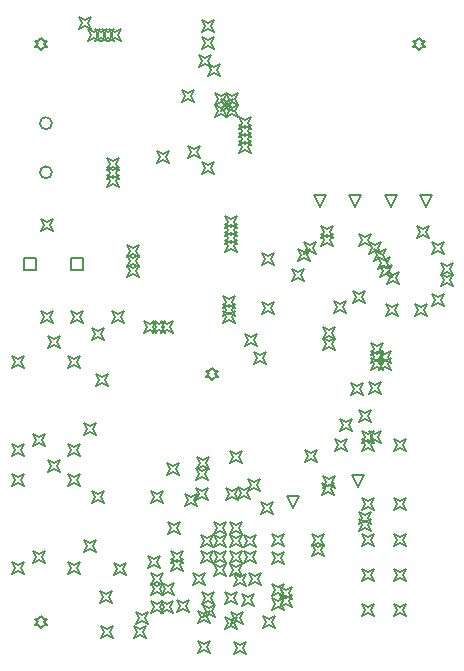
<source format=gbr>
%TF.GenerationSoftware,Altium Limited,Altium Designer,20.1.12 (249)*%
G04 Layer_Color=2752767*
%FSLAX45Y45*%
%MOMM*%
%TF.SameCoordinates,4EE8302A-A9A8-49E0-93C5-14594FCB678D*%
%TF.FilePolarity,Positive*%
%TF.FileFunction,Drawing*%
%TF.Part,Single*%
G01*
G75*
%TA.AperFunction,NonConductor*%
%ADD141C,0.12700*%
%ADD156C,0.16933*%
D141*
X601700Y3334200D02*
Y3435800D01*
X703300D01*
Y3334200D01*
X601700D01*
X201700D02*
Y3435800D01*
X303300D01*
Y3334200D01*
X201700D01*
X3310000Y3869200D02*
X3259200Y3970800D01*
X3360800D01*
X3310000Y3869200D01*
X3010000D02*
X2959200Y3970800D01*
X3060800D01*
X3010000Y3869200D01*
X2710000D02*
X2659200Y3970800D01*
X2760800D01*
X2710000Y3869200D01*
X3610000D02*
X3559200Y3970800D01*
X3660800D01*
X3610000Y3869200D01*
X3032500Y1499200D02*
X2981700Y1600800D01*
X3083300D01*
X3032500Y1499200D01*
X2485000Y1319200D02*
X2434200Y1420800D01*
X2535800D01*
X2485000Y1319200D01*
X3550000Y5199200D02*
X3575400Y5224600D01*
X3600800D01*
X3575400Y5250000D01*
X3600800Y5275400D01*
X3575400D01*
X3550000Y5300800D01*
X3524600Y5275400D01*
X3499200D01*
X3524600Y5250000D01*
X3499200Y5224600D01*
X3524600D01*
X3550000Y5199200D01*
X350000D02*
X375400Y5224600D01*
X400800D01*
X375400Y5250000D01*
X400800Y5275400D01*
X375400D01*
X350000Y5300800D01*
X324600Y5275400D01*
X299200D01*
X324600Y5250000D01*
X299200Y5224600D01*
X324600D01*
X350000Y5199200D01*
X1800000Y2399200D02*
X1825400Y2424600D01*
X1850800D01*
X1825400Y2450000D01*
X1850800Y2475400D01*
X1825400D01*
X1800000Y2500800D01*
X1774600Y2475400D01*
X1749200D01*
X1774600Y2450000D01*
X1749200Y2424600D01*
X1774600D01*
X1800000Y2399200D01*
X350000Y299200D02*
X375400Y324600D01*
X400800D01*
X375400Y350000D01*
X400800Y375400D01*
X375400D01*
X350000Y400800D01*
X324600Y375400D01*
X299200D01*
X324600Y350000D01*
X299200Y324600D01*
X324600D01*
X350000Y299200D01*
X816700Y2354200D02*
X842100Y2405000D01*
X816700Y2455800D01*
X867500Y2430400D01*
X918300Y2455800D01*
X892900Y2405000D01*
X918300Y2354200D01*
X867500Y2379600D01*
X816700Y2354200D01*
X784200Y1361700D02*
X809600Y1412500D01*
X784200Y1463300D01*
X835000Y1437900D01*
X885800Y1463300D01*
X860400Y1412500D01*
X885800Y1361700D01*
X835000Y1387100D01*
X784200Y1361700D01*
X2306700Y451700D02*
X2332100Y502500D01*
X2306700Y553300D01*
X2357500Y527900D01*
X2408300Y553300D01*
X2382900Y502500D01*
X2408300Y451700D01*
X2357500Y477100D01*
X2306700Y451700D01*
Y574200D02*
X2332100Y625000D01*
X2306700Y675800D01*
X2357500Y650400D01*
X2408300Y675800D01*
X2382900Y625000D01*
X2408300Y574200D01*
X2357500Y599600D01*
X2306700Y574200D01*
X1671700Y1644200D02*
X1697100Y1695000D01*
X1671700Y1745800D01*
X1722500Y1720400D01*
X1773300Y1745800D01*
X1747900Y1695000D01*
X1773300Y1644200D01*
X1722500Y1669600D01*
X1671700Y1644200D01*
X2371700Y481700D02*
X2397100Y532500D01*
X2371700Y583300D01*
X2422500Y557900D01*
X2473300Y583300D01*
X2447900Y532500D01*
X2473300Y481700D01*
X2422500Y507100D01*
X2371700Y481700D01*
Y546700D02*
X2397100Y597500D01*
X2371700Y648300D01*
X2422500Y622900D01*
X2473300Y648300D01*
X2447900Y597500D01*
X2473300Y546700D01*
X2422500Y572100D01*
X2371700Y546700D01*
X3044200Y1184200D02*
X3069600Y1235000D01*
X3044200Y1285800D01*
X3095000Y1260400D01*
X3145800Y1285800D01*
X3120400Y1235000D01*
X3145800Y1184200D01*
X3095000Y1209600D01*
X3044200Y1184200D01*
Y1119200D02*
X3069600Y1170000D01*
X3044200Y1220800D01*
X3095000Y1195400D01*
X3145800Y1220800D01*
X3120400Y1170000D01*
X3145800Y1119200D01*
X3095000Y1144600D01*
X3044200Y1119200D01*
X1815700Y741700D02*
X1841100Y792500D01*
X1815700Y843300D01*
X1866500Y817900D01*
X1917300Y843300D01*
X1891900Y792500D01*
X1917300Y741700D01*
X1866500Y767100D01*
X1815700Y741700D01*
Y853200D02*
X1841100Y904000D01*
X1815700Y954800D01*
X1866500Y929400D01*
X1917300Y954800D01*
X1891900Y904000D01*
X1917300Y853200D01*
X1866500Y878600D01*
X1815700Y853200D01*
Y990200D02*
X1841100Y1041000D01*
X1815700Y1091800D01*
X1866500Y1066400D01*
X1917300Y1091800D01*
X1891900Y1041000D01*
X1917300Y990200D01*
X1866500Y1015600D01*
X1815700Y990200D01*
Y1101700D02*
X1841100Y1152500D01*
X1815700Y1203300D01*
X1866500Y1177900D01*
X1917300Y1203300D01*
X1891900Y1152500D01*
X1917300Y1101700D01*
X1866500Y1127100D01*
X1815700Y1101700D01*
X1952700Y741700D02*
X1978100Y792500D01*
X1952700Y843300D01*
X2003500Y817900D01*
X2054300Y843300D01*
X2028900Y792500D01*
X2054300Y741700D01*
X2003500Y767100D01*
X1952700Y741700D01*
Y853200D02*
X1978100Y904000D01*
X1952700Y954800D01*
X2003500Y929400D01*
X2054300Y954800D01*
X2028900Y904000D01*
X2054300Y853200D01*
X2003500Y878600D01*
X1952700Y853200D01*
Y990200D02*
X1978100Y1041000D01*
X1952700Y1091800D01*
X2003500Y1066400D01*
X2054300Y1091800D01*
X2028900Y1041000D01*
X2054300Y990200D01*
X2003500Y1015600D01*
X1952700Y990200D01*
Y1101700D02*
X1978100Y1152500D01*
X1952700Y1203300D01*
X2003500Y1177900D01*
X2054300Y1203300D01*
X2028900Y1152500D01*
X2054300Y1101700D01*
X2003500Y1127100D01*
X1952700Y1101700D01*
X1704200Y853200D02*
X1729600Y904000D01*
X1704200Y954800D01*
X1755000Y929400D01*
X1805800Y954800D01*
X1780400Y904000D01*
X1805800Y853200D01*
X1755000Y878600D01*
X1704200Y853200D01*
Y990200D02*
X1729600Y1041000D01*
X1704200Y1091800D01*
X1755000Y1066400D01*
X1805800Y1091800D01*
X1780400Y1041000D01*
X1805800Y990200D01*
X1755000Y1015600D01*
X1704200Y990200D01*
X2064200Y853200D02*
X2089600Y904000D01*
X2064200Y954800D01*
X2115000Y929400D01*
X2165800Y954800D01*
X2140400Y904000D01*
X2165800Y853200D01*
X2115000Y878600D01*
X2064200Y853200D01*
Y990200D02*
X2089600Y1041000D01*
X2064200Y1091800D01*
X2115000Y1066400D01*
X2165800Y1091800D01*
X2140400Y1041000D01*
X2165800Y990200D01*
X2115000Y1015600D01*
X2064200Y990200D01*
X1869200Y4681700D02*
X1894600Y4732500D01*
X1869200Y4783300D01*
X1920000Y4757900D01*
X1970800Y4783300D01*
X1945400Y4732500D01*
X1970800Y4681700D01*
X1920000Y4707100D01*
X1869200Y4681700D01*
X1919200Y4631700D02*
X1944600Y4682500D01*
X1919200Y4733300D01*
X1970000Y4707900D01*
X2020800Y4733300D01*
X1995400Y4682500D01*
X2020800Y4631700D01*
X1970000Y4657100D01*
X1919200Y4631700D01*
X1819200Y4631699D02*
X1844600Y4682499D01*
X1819200Y4733299D01*
X1870000Y4707899D01*
X1920800Y4733299D01*
X1895400Y4682499D01*
X1920800Y4631699D01*
X1870000Y4657099D01*
X1819200Y4631699D01*
X1819200Y4731699D02*
X1844600Y4782499D01*
X1819200Y4833299D01*
X1870000Y4807899D01*
X1920800Y4833299D01*
X1895400Y4782499D01*
X1920800Y4731699D01*
X1870000Y4757099D01*
X1819200Y4731699D01*
X1919200Y4731700D02*
X1944600Y4782500D01*
X1919200Y4833300D01*
X1970000Y4807900D01*
X2020800Y4833300D01*
X1995400Y4782500D01*
X2020800Y4731700D01*
X1970000Y4757100D01*
X1919200Y4731700D01*
X2024200Y4321700D02*
X2049600Y4372500D01*
X2024200Y4423300D01*
X2075000Y4397900D01*
X2125800Y4423300D01*
X2100400Y4372500D01*
X2125800Y4321700D01*
X2075000Y4347100D01*
X2024200Y4321700D01*
Y4389200D02*
X2049600Y4440000D01*
X2024200Y4490800D01*
X2075000Y4465400D01*
X2125800Y4490800D01*
X2100400Y4440000D01*
X2125800Y4389200D01*
X2075000Y4414600D01*
X2024200Y4389200D01*
Y4456700D02*
X2049600Y4507500D01*
X2024200Y4558300D01*
X2075000Y4532900D01*
X2125800Y4558300D01*
X2100400Y4507500D01*
X2125800Y4456700D01*
X2075000Y4482100D01*
X2024200Y4456700D01*
Y4524200D02*
X2049600Y4575000D01*
X2024200Y4625800D01*
X2075000Y4600400D01*
X2125800Y4625800D01*
X2100400Y4575000D01*
X2125800Y4524200D01*
X2075000Y4549600D01*
X2024200Y4524200D01*
X2726700Y1424200D02*
X2752100Y1475000D01*
X2726700Y1525800D01*
X2777500Y1500400D01*
X2828300Y1525800D01*
X2802900Y1475000D01*
X2828300Y1424200D01*
X2777500Y1449600D01*
X2726700Y1424200D01*
X1714201Y5346699D02*
X1739601Y5397499D01*
X1714201Y5448299D01*
X1765001Y5422899D01*
X1815801Y5448299D01*
X1790401Y5397499D01*
X1815801Y5346699D01*
X1765001Y5372099D01*
X1714201Y5346699D01*
X101700Y2504200D02*
X127100Y2555000D01*
X101700Y2605800D01*
X152500Y2580400D01*
X203300Y2605800D01*
X177900Y2555000D01*
X203300Y2504200D01*
X152500Y2529600D01*
X101700Y2504200D01*
X604200Y2884200D02*
X629600Y2935000D01*
X604200Y2985800D01*
X655000Y2960400D01*
X705800Y2985800D01*
X680400Y2935000D01*
X705800Y2884200D01*
X655000Y2909600D01*
X604200Y2884200D01*
X351700D02*
X377100Y2935000D01*
X351700Y2985800D01*
X402500Y2960400D01*
X453300Y2985800D01*
X427900Y2935000D01*
X453300Y2884200D01*
X402500Y2909600D01*
X351700Y2884200D01*
X776700Y2736700D02*
X802100Y2787500D01*
X776700Y2838300D01*
X827500Y2812900D01*
X878300Y2838300D01*
X852900Y2787500D01*
X878300Y2736700D01*
X827500Y2762100D01*
X776700Y2736700D01*
X949200Y2884200D02*
X974600Y2935000D01*
X949200Y2985800D01*
X1000000Y2960400D01*
X1050800Y2985800D01*
X1025400Y2935000D01*
X1050800Y2884200D01*
X1000000Y2909600D01*
X949200Y2884200D01*
X1224200Y2799200D02*
X1249600Y2850000D01*
X1224200Y2900800D01*
X1275000Y2875400D01*
X1325800Y2900800D01*
X1300400Y2850000D01*
X1325800Y2799200D01*
X1275000Y2824600D01*
X1224200Y2799200D01*
X576700Y2504200D02*
X602100Y2555000D01*
X576700Y2605800D01*
X627500Y2580400D01*
X678300Y2605800D01*
X652900Y2555000D01*
X678300Y2504200D01*
X627500Y2529600D01*
X576700Y2504200D01*
X406700Y1624200D02*
X432100Y1675000D01*
X406700Y1725800D01*
X457500Y1700400D01*
X508300Y1725800D01*
X482900Y1675000D01*
X508300Y1624200D01*
X457500Y1649600D01*
X406700Y1624200D01*
X411700Y2669200D02*
X437100Y2720000D01*
X411700Y2770800D01*
X462500Y2745400D01*
X513300Y2770800D01*
X487900Y2720000D01*
X513300Y2669200D01*
X462500Y2694600D01*
X411700Y2669200D01*
X279200Y849200D02*
X304600Y900000D01*
X279200Y950800D01*
X330000Y925400D01*
X380800Y950800D01*
X355400Y900000D01*
X380800Y849200D01*
X330000Y874600D01*
X279200Y849200D01*
X281700Y1846700D02*
X307100Y1897500D01*
X281700Y1948300D01*
X332500Y1922900D01*
X383300Y1948300D01*
X357900Y1897500D01*
X383300Y1846700D01*
X332500Y1872100D01*
X281700Y1846700D01*
X2221700Y3374200D02*
X2247100Y3424999D01*
X2221700Y3475800D01*
X2272500Y3450400D01*
X2323300Y3475800D01*
X2297900Y3424999D01*
X2323300Y3374200D01*
X2272500Y3399600D01*
X2221700Y3374200D01*
X2879200Y1970450D02*
X2904600Y2021250D01*
X2879200Y2072050D01*
X2930000Y2046650D01*
X2980800Y2072050D01*
X2955400Y2021250D01*
X2980800Y1970450D01*
X2930000Y1995850D01*
X2879200Y1970450D01*
X576700Y1756700D02*
X602100Y1807500D01*
X576700Y1858300D01*
X627500Y1832900D01*
X678300Y1858300D01*
X652900Y1807500D01*
X678300Y1756700D01*
X627500Y1782100D01*
X576700Y1756700D01*
X101700D02*
X127100Y1807500D01*
X101700Y1858300D01*
X152500Y1832900D01*
X203300Y1858300D01*
X177900Y1807500D01*
X203300Y1756700D01*
X152500Y1782100D01*
X101700Y1756700D01*
X711700Y1939200D02*
X737100Y1990000D01*
X711700Y2040800D01*
X762500Y2015400D01*
X813300Y2040800D01*
X787900Y1990000D01*
X813300Y1939200D01*
X762500Y1964600D01*
X711700Y1939200D01*
Y944200D02*
X737100Y995000D01*
X711700Y1045800D01*
X762500Y1020400D01*
X813300Y1045800D01*
X787900Y995000D01*
X813300Y944200D01*
X762500Y969600D01*
X711700Y944200D01*
X576700Y756700D02*
X602100Y807500D01*
X576700Y858300D01*
X627500Y832900D01*
X678300Y858300D01*
X652900Y807500D01*
X678300Y756700D01*
X627500Y782100D01*
X576700Y756700D01*
X101700D02*
X127100Y807500D01*
X101700Y858300D01*
X152500Y832900D01*
X203300Y858300D01*
X177900Y807500D01*
X203300Y756700D01*
X152500Y782100D01*
X101700Y756700D01*
X576700Y1504200D02*
X602100Y1555000D01*
X576700Y1605800D01*
X627500Y1580400D01*
X678300Y1605800D01*
X652900Y1555000D01*
X678300Y1504200D01*
X627500Y1529600D01*
X576700Y1504200D01*
X101700Y1504200D02*
X127100Y1555000D01*
X101700Y1605800D01*
X152500Y1580400D01*
X203300Y1605800D01*
X177900Y1555000D01*
X203300Y1504200D01*
X152500Y1529600D01*
X101700Y1504200D01*
X1364200Y2799200D02*
X1389600Y2850000D01*
X1364200Y2900800D01*
X1415000Y2875400D01*
X1465800Y2900800D01*
X1440400Y2850000D01*
X1465800Y2799200D01*
X1415000Y2824600D01*
X1364200Y2799200D01*
X1294200D02*
X1319600Y2850000D01*
X1294200Y2900800D01*
X1345000Y2875400D01*
X1395800Y2900800D01*
X1370400Y2850000D01*
X1395800Y2799200D01*
X1345000Y2824600D01*
X1294200Y2799200D01*
X3201369Y3341700D02*
X3226769Y3392500D01*
X3201369Y3443300D01*
X3252169Y3417900D01*
X3302969Y3443300D01*
X3277569Y3392500D01*
X3302969Y3341700D01*
X3252169Y3367100D01*
X3201369Y3341700D01*
X3220450Y3276700D02*
X3245850Y3327500D01*
X3220450Y3378300D01*
X3271250Y3352900D01*
X3322050Y3378300D01*
X3296650Y3327500D01*
X3322050Y3276700D01*
X3271250Y3302100D01*
X3220450Y3276700D01*
X3276700Y3211700D02*
X3302100Y3262500D01*
X3276700Y3313300D01*
X3327500Y3287900D01*
X3378300Y3313300D01*
X3352900Y3262500D01*
X3378300Y3211700D01*
X3327500Y3237100D01*
X3276700Y3211700D01*
X2991700Y3049200D02*
X3017100Y3100000D01*
X2991700Y3150800D01*
X3042500Y3125400D01*
X3093300Y3150800D01*
X3067900Y3100000D01*
X3093300Y3049200D01*
X3042500Y3074600D01*
X2991700Y3049200D01*
X3166700Y3406700D02*
X3192100Y3457500D01*
X3166700Y3508300D01*
X3217500Y3482900D01*
X3268300Y3508300D01*
X3242900Y3457500D01*
X3268300Y3406700D01*
X3217500Y3432100D01*
X3166700Y3406700D01*
X3121700Y3471700D02*
X3147100Y3522500D01*
X3121700Y3573300D01*
X3172500Y3547900D01*
X3223300Y3573300D01*
X3197900Y3522500D01*
X3223300Y3471700D01*
X3172500Y3497100D01*
X3121700Y3471700D01*
X3044200Y3538881D02*
X3069600Y3589681D01*
X3044200Y3640481D01*
X3095000Y3615081D01*
X3145800Y3640481D01*
X3120400Y3589681D01*
X3145800Y3538881D01*
X3095000Y3564281D01*
X3044200Y3538881D01*
X2739200Y2659200D02*
X2764600Y2710000D01*
X2739200Y2760800D01*
X2790000Y2735400D01*
X2840800Y2760800D01*
X2815400Y2710000D01*
X2840800Y2659200D01*
X2790000Y2684600D01*
X2739200Y2659200D01*
X2580393Y1710393D02*
X2605793Y1761193D01*
X2580393Y1811993D01*
X2631193Y1786593D01*
X2681993Y1811993D01*
X2656593Y1761193D01*
X2681993Y1710393D01*
X2631193Y1735793D01*
X2580393Y1710393D01*
X2734336Y1489275D02*
X2759736Y1540075D01*
X2734336Y1590875D01*
X2785136Y1565475D01*
X2835936Y1590875D01*
X2810536Y1540075D01*
X2835936Y1489275D01*
X2785136Y1514675D01*
X2734336Y1489275D01*
X2101700Y1464200D02*
X2127100Y1515000D01*
X2101700Y1565800D01*
X2152500Y1540400D01*
X2203300Y1565800D01*
X2177900Y1515000D01*
X2203300Y1464200D01*
X2152500Y1489600D01*
X2101700Y1464200D01*
X2831700Y2969201D02*
X2857100Y3020001D01*
X2831700Y3070801D01*
X2882500Y3045401D01*
X2933300Y3070801D01*
X2907900Y3020001D01*
X2933300Y2969201D01*
X2882500Y2994601D01*
X2831700Y2969201D01*
X2476700Y3241700D02*
X2502100Y3292500D01*
X2476700Y3343300D01*
X2527500Y3317900D01*
X2578300Y3343300D01*
X2552900Y3292500D01*
X2578300Y3241700D01*
X2527500Y3267100D01*
X2476700Y3241700D01*
X2524200Y3406700D02*
X2549600Y3457500D01*
X2524200Y3508300D01*
X2575000Y3482900D01*
X2625800Y3508300D01*
X2600400Y3457500D01*
X2625800Y3406700D01*
X2575000Y3432100D01*
X2524200Y3406700D01*
X2716700Y3601700D02*
X2742100Y3652500D01*
X2716700Y3703300D01*
X2767500Y3677900D01*
X2818300Y3703300D01*
X2792900Y3652500D01*
X2818300Y3601700D01*
X2767500Y3627100D01*
X2716700Y3601700D01*
Y3536700D02*
X2742100Y3587500D01*
X2716700Y3638300D01*
X2767500Y3612900D01*
X2818300Y3638300D01*
X2792900Y3587500D01*
X2818300Y3536700D01*
X2767500Y3562100D01*
X2716700Y3536700D01*
X2576700Y3471700D02*
X2602100Y3522500D01*
X2576700Y3573300D01*
X2627500Y3547900D01*
X2678300Y3573300D01*
X2652900Y3522500D01*
X2678300Y3471700D01*
X2627500Y3497100D01*
X2576700Y3471700D01*
X3141700Y2614200D02*
X3167100Y2665000D01*
X3141700Y2715800D01*
X3192500Y2690400D01*
X3243300Y2715800D01*
X3217900Y2665000D01*
X3243300Y2614200D01*
X3192500Y2639600D01*
X3141700Y2614200D01*
X3206700Y2549200D02*
X3232100Y2600000D01*
X3206700Y2650800D01*
X3257500Y2625400D01*
X3308300Y2650800D01*
X3282900Y2600000D01*
X3308300Y2549200D01*
X3257500Y2574600D01*
X3206700Y2549200D01*
X3271700Y2944200D02*
X3297100Y2995000D01*
X3271700Y3045800D01*
X3322500Y3020400D01*
X3373300Y3045800D01*
X3347900Y2995000D01*
X3373300Y2944200D01*
X3322500Y2969600D01*
X3271700Y2944200D01*
X3511700D02*
X3537100Y2995000D01*
X3511700Y3045800D01*
X3562500Y3020400D01*
X3613300Y3045800D01*
X3587900Y2995000D01*
X3613300Y2944200D01*
X3562500Y2969600D01*
X3511700Y2944200D01*
X2111700Y664200D02*
X2137100Y715000D01*
X2111700Y765800D01*
X2162500Y740400D01*
X2213300Y765800D01*
X2187900Y715000D01*
X2213300Y664200D01*
X2162500Y689600D01*
X2111700Y664200D01*
X2049200Y486700D02*
X2074600Y537500D01*
X2049200Y588300D01*
X2100000Y562900D01*
X2150800Y588300D01*
X2125400Y537500D01*
X2150800Y486700D01*
X2100000Y512100D01*
X2049200Y486700D01*
X1984200Y656700D02*
X2009600Y707500D01*
X1984200Y758300D01*
X2035000Y732900D01*
X2085800Y758300D01*
X2060400Y707500D01*
X2085800Y656700D01*
X2035000Y682100D01*
X1984200Y656700D01*
X2739200Y2749200D02*
X2764600Y2800000D01*
X2739200Y2850800D01*
X2790000Y2825400D01*
X2840800Y2850800D01*
X2815400Y2800000D01*
X2840800Y2749200D01*
X2790000Y2774600D01*
X2739200Y2749200D01*
X1284200Y664200D02*
X1309600Y715000D01*
X1284200Y765800D01*
X1335000Y740400D01*
X1385800Y765800D01*
X1360400Y715000D01*
X1385800Y664200D01*
X1335000Y689600D01*
X1284200Y664200D01*
X2645346Y908054D02*
X2670746Y958854D01*
X2645346Y1009654D01*
X2696146Y984254D01*
X2746946Y1009654D01*
X2721546Y958854D01*
X2746946Y908054D01*
X2696146Y933454D01*
X2645346Y908054D01*
X2644200Y999200D02*
X2669600Y1050000D01*
X2644200Y1100800D01*
X2695000Y1075400D01*
X2745800Y1100800D01*
X2720400Y1050000D01*
X2745800Y999200D01*
X2695000Y1024600D01*
X2644200Y999200D01*
X2211700Y1269200D02*
X2237100Y1320000D01*
X2211700Y1370800D01*
X2262500Y1345400D01*
X2313300Y1370800D01*
X2287900Y1320000D01*
X2313300Y1269200D01*
X2262500Y1294600D01*
X2211700Y1269200D01*
X3531700Y3601700D02*
X3557100Y3652500D01*
X3531700Y3703300D01*
X3582500Y3677900D01*
X3633300Y3703300D01*
X3607900Y3652500D01*
X3633300Y3601700D01*
X3582500Y3627100D01*
X3531700Y3601700D01*
X3734200Y3194200D02*
X3759600Y3245000D01*
X3734200Y3295800D01*
X3785000Y3270400D01*
X3835800Y3295800D01*
X3810400Y3245000D01*
X3835800Y3194200D01*
X3785000Y3219600D01*
X3734200Y3194200D01*
X3734200Y3294200D02*
X3759600Y3345000D01*
X3734200Y3395800D01*
X3785000Y3370400D01*
X3835800Y3395800D01*
X3810400Y3345000D01*
X3835800Y3294200D01*
X3785000Y3319600D01*
X3734200Y3294200D01*
X3659200Y3466700D02*
X3684600Y3517500D01*
X3659200Y3568300D01*
X3710000Y3542900D01*
X3760800Y3568300D01*
X3735400Y3517500D01*
X3760800Y3466700D01*
X3710000Y3492100D01*
X3659200Y3466700D01*
X3659200Y3024200D02*
X3684600Y3075000D01*
X3659200Y3125800D01*
X3710000Y3100400D01*
X3760800Y3125800D01*
X3735400Y3075000D01*
X3760800Y3024200D01*
X3710000Y3049600D01*
X3659200Y3024200D01*
X2841700Y1799200D02*
X2867100Y1850000D01*
X2841700Y1900800D01*
X2892500Y1875400D01*
X2943300Y1900800D01*
X2917900Y1850000D01*
X2943300Y1799200D01*
X2892500Y1824600D01*
X2841700Y1799200D01*
X3206700Y2484200D02*
X3232100Y2535000D01*
X3206700Y2585800D01*
X3257500Y2560400D01*
X3308300Y2585800D01*
X3282900Y2535000D01*
X3308300Y2484200D01*
X3257500Y2509600D01*
X3206700Y2484200D01*
X3141700Y2549200D02*
X3167100Y2600000D01*
X3141700Y2650800D01*
X3192500Y2625400D01*
X3243300Y2650800D01*
X3217900Y2600000D01*
X3243300Y2549200D01*
X3192500Y2574600D01*
X3141700Y2549200D01*
Y2484200D02*
X3167100Y2535000D01*
X3141700Y2585800D01*
X3192500Y2560400D01*
X3243300Y2585800D01*
X3217900Y2535000D01*
X3243300Y2484200D01*
X3192500Y2509600D01*
X3141700Y2484200D01*
X3334200Y399200D02*
X3359600Y450000D01*
X3334200Y500800D01*
X3385000Y475400D01*
X3435800Y500800D01*
X3410400Y450000D01*
X3435800Y399200D01*
X3385000Y424600D01*
X3334200Y399200D01*
Y699200D02*
X3359600Y750000D01*
X3334200Y800800D01*
X3385000Y775400D01*
X3435800Y800800D01*
X3410400Y750000D01*
X3435800Y699200D01*
X3385000Y724600D01*
X3334200Y699200D01*
X3064200Y399200D02*
X3089600Y450000D01*
X3064200Y500800D01*
X3115000Y475400D01*
X3165800Y500800D01*
X3140400Y450000D01*
X3165800Y399200D01*
X3115000Y424600D01*
X3064200Y399200D01*
X3334200Y999200D02*
X3359600Y1050000D01*
X3334200Y1100800D01*
X3385000Y1075400D01*
X3435800Y1100800D01*
X3410400Y1050000D01*
X3435800Y999200D01*
X3385000Y1024600D01*
X3334200Y999200D01*
X3064200Y699200D02*
X3089600Y750000D01*
X3064200Y800800D01*
X3115000Y775400D01*
X3165800Y800800D01*
X3140400Y750000D01*
X3165800Y699200D01*
X3115000Y724600D01*
X3064200Y699200D01*
X2231700Y299200D02*
X2257100Y350000D01*
X2231700Y400800D01*
X2282500Y375400D01*
X2333300Y400800D01*
X2307900Y350000D01*
X2333300Y299200D01*
X2282500Y324600D01*
X2231700Y299200D01*
X1981700Y79200D02*
X2007100Y130000D01*
X1981700Y180800D01*
X2032500Y155400D01*
X2083300Y180800D01*
X2057900Y130000D01*
X2083300Y79200D01*
X2032500Y104600D01*
X1981700Y79200D01*
X1676784Y346719D02*
X1702184Y397519D01*
X1676784Y448319D01*
X1727584Y422919D01*
X1778384Y448319D01*
X1752984Y397519D01*
X1778384Y346719D01*
X1727584Y372119D01*
X1676784Y346719D01*
X1681700Y91700D02*
X1707100Y142500D01*
X1681700Y193300D01*
X1732500Y167900D01*
X1783300Y193300D01*
X1757900Y142500D01*
X1783300Y91700D01*
X1732500Y117100D01*
X1681700Y91700D01*
X1721641Y393786D02*
X1747041Y444586D01*
X1721641Y495386D01*
X1772441Y469986D01*
X1823241Y495386D01*
X1797841Y444586D01*
X1823241Y393786D01*
X1772441Y419186D01*
X1721641Y393786D01*
X1709200Y501700D02*
X1734600Y552500D01*
X1709200Y603300D01*
X1760000Y577900D01*
X1810800Y603300D01*
X1785400Y552500D01*
X1810800Y501700D01*
X1760000Y527100D01*
X1709200Y501700D01*
X1564200Y1333719D02*
X1589600Y1384519D01*
X1564200Y1435319D01*
X1615000Y1409919D01*
X1665800Y1435319D01*
X1640400Y1384519D01*
X1665800Y1333719D01*
X1615000Y1359119D01*
X1564200Y1333719D01*
X1946700Y1699200D02*
X1972100Y1750000D01*
X1946700Y1800800D01*
X1997500Y1775400D01*
X2048300Y1800800D01*
X2022900Y1750000D01*
X2048300Y1699200D01*
X1997500Y1724600D01*
X1946700Y1699200D01*
X1664200Y1554200D02*
X1689600Y1605000D01*
X1664200Y1655800D01*
X1715000Y1630400D01*
X1765800Y1655800D01*
X1740400Y1605000D01*
X1765800Y1554200D01*
X1715000Y1579600D01*
X1664200Y1554200D01*
X2216700Y2956700D02*
X2242100Y3007500D01*
X2216700Y3058300D01*
X2267500Y3032900D01*
X2318300Y3058300D01*
X2292900Y3007500D01*
X2318300Y2956700D01*
X2267500Y2982100D01*
X2216700Y2956700D01*
X2151700Y2534200D02*
X2177100Y2585000D01*
X2151700Y2635800D01*
X2202500Y2610400D01*
X2253300Y2635800D01*
X2227900Y2585000D01*
X2253300Y2534200D01*
X2202500Y2559600D01*
X2151700Y2534200D01*
X2076700Y2689200D02*
X2102100Y2740000D01*
X2076700Y2790800D01*
X2127500Y2765400D01*
X2178300Y2790800D01*
X2152900Y2740000D01*
X2178300Y2689200D01*
X2127500Y2714600D01*
X2076700Y2689200D01*
X1139200Y219200D02*
X1164600Y270000D01*
X1139200Y320800D01*
X1190000Y295400D01*
X1240800Y320800D01*
X1215400Y270000D01*
X1240800Y219200D01*
X1190000Y244600D01*
X1139200Y219200D01*
X966700Y754200D02*
X992100Y805000D01*
X966700Y855800D01*
X1017500Y830400D01*
X1068300Y855800D01*
X1042900Y805000D01*
X1068300Y754200D01*
X1017500Y779600D01*
X966700Y754200D01*
X846700Y511700D02*
X872100Y562500D01*
X846700Y613300D01*
X897500Y587900D01*
X948300Y613300D01*
X922900Y562500D01*
X948300Y511700D01*
X897500Y537100D01*
X846700Y511700D01*
X859200Y219200D02*
X884600Y270000D01*
X859200Y320800D01*
X910000Y295400D01*
X960800Y320800D01*
X935400Y270000D01*
X960800Y219200D01*
X910000Y244600D01*
X859200Y219200D01*
X1154200Y331700D02*
X1179600Y382500D01*
X1154200Y433300D01*
X1205000Y407900D01*
X1255800Y433300D01*
X1230400Y382500D01*
X1255800Y331700D01*
X1205000Y357100D01*
X1154200Y331700D01*
X1501700Y436700D02*
X1527100Y487500D01*
X1501700Y538300D01*
X1552500Y512900D01*
X1603300Y538300D01*
X1577900Y487500D01*
X1603300Y436700D01*
X1552500Y462100D01*
X1501700Y436700D01*
X1284200Y584200D02*
X1309600Y635000D01*
X1284200Y685800D01*
X1335000Y660400D01*
X1385800Y685800D01*
X1360400Y635000D01*
X1385800Y584200D01*
X1335000Y609600D01*
X1284200Y584200D01*
X1376700Y581700D02*
X1402100Y632500D01*
X1376700Y683300D01*
X1427500Y657900D01*
X1478300Y683300D01*
X1452900Y632500D01*
X1478300Y581700D01*
X1427500Y607100D01*
X1376700Y581700D01*
X3039199Y2046701D02*
X3064599Y2097501D01*
X3039199Y2148301D01*
X3089999Y2122901D01*
X3140799Y2148301D01*
X3115399Y2097501D01*
X3140799Y2046701D01*
X3089999Y2072101D01*
X3039199Y2046701D01*
X3129200Y1866700D02*
X3154600Y1917500D01*
X3129200Y1968300D01*
X3180000Y1942900D01*
X3230800Y1968300D01*
X3205400Y1917500D01*
X3230800Y1866700D01*
X3180000Y1892100D01*
X3129200Y1866700D01*
X3064200Y1799200D02*
X3089600Y1850000D01*
X3064200Y1900800D01*
X3115000Y1875400D01*
X3165800Y1900800D01*
X3140400Y1850000D01*
X3165800Y1799200D01*
X3115000Y1824600D01*
X3064200Y1799200D01*
Y1866700D02*
X3089600Y1917500D01*
X3064200Y1968300D01*
X3115000Y1942900D01*
X3165800Y1968300D01*
X3140400Y1917500D01*
X3165800Y1866700D01*
X3115000Y1892100D01*
X3064200Y1866700D01*
X3334200Y1799200D02*
X3359600Y1850000D01*
X3334200Y1900800D01*
X3385000Y1875400D01*
X3435800Y1900800D01*
X3410400Y1850000D01*
X3435800Y1799200D01*
X3385000Y1824600D01*
X3334200Y1799200D01*
X1451656Y783635D02*
X1477056Y834435D01*
X1451656Y885235D01*
X1502456Y859835D01*
X1553256Y885235D01*
X1527856Y834435D01*
X1553256Y783635D01*
X1502456Y809035D01*
X1451656Y783635D01*
X1451877Y848634D02*
X1477277Y899434D01*
X1451877Y950234D01*
X1502677Y924834D01*
X1553477Y950234D01*
X1528077Y899434D01*
X1553477Y848634D01*
X1502677Y874034D01*
X1451877Y848634D01*
X1959200Y339200D02*
X1984600Y390000D01*
X1959200Y440800D01*
X2010000Y415400D01*
X2060800Y440800D01*
X2035400Y390000D01*
X2060800Y339200D01*
X2010000Y364600D01*
X1959200Y339200D01*
X1909200Y294200D02*
X1934600Y345000D01*
X1909200Y395800D01*
X1960000Y370400D01*
X2010800Y395800D01*
X1985400Y345000D01*
X2010800Y294200D01*
X1960000Y319600D01*
X1909200Y294200D01*
X1276700Y429200D02*
X1302100Y480000D01*
X1276700Y530800D01*
X1327500Y505400D01*
X1378300Y530800D01*
X1352900Y480000D01*
X1378300Y429200D01*
X1327500Y454600D01*
X1276700Y429200D01*
X1427025Y1096700D02*
X1452425Y1147500D01*
X1427025Y1198300D01*
X1477825Y1172900D01*
X1528625Y1198300D01*
X1503225Y1147500D01*
X1528625Y1096700D01*
X1477825Y1122100D01*
X1427025Y1096700D01*
X1254200Y806700D02*
X1279600Y857500D01*
X1254200Y908300D01*
X1305000Y882900D01*
X1355800Y908300D01*
X1330400Y857500D01*
X1355800Y806700D01*
X1305000Y832100D01*
X1254200Y806700D01*
X1634200Y664200D02*
X1659600Y715000D01*
X1634200Y765800D01*
X1685000Y740400D01*
X1735800Y765800D01*
X1710400Y715000D01*
X1735800Y664200D01*
X1685000Y689600D01*
X1634200Y664200D01*
X1416700Y1594200D02*
X1442100Y1645000D01*
X1416700Y1695800D01*
X1467500Y1670400D01*
X1518300Y1695800D01*
X1492900Y1645000D01*
X1518300Y1594200D01*
X1467500Y1619600D01*
X1416700Y1594200D01*
X1276700Y1361700D02*
X1302100Y1412500D01*
X1276700Y1463300D01*
X1327500Y1437900D01*
X1378300Y1463300D01*
X1352900Y1412500D01*
X1378300Y1361700D01*
X1327500Y1387100D01*
X1276700Y1361700D01*
X2015414Y1391050D02*
X2040814Y1441850D01*
X2015414Y1492650D01*
X2066214Y1467250D01*
X2117014Y1492650D01*
X2091614Y1441850D01*
X2117014Y1391050D01*
X2066214Y1416450D01*
X2015414Y1391050D01*
X1916961Y1386439D02*
X1942361Y1437239D01*
X1916961Y1488039D01*
X1967761Y1462639D01*
X2018561Y1488039D01*
X1993161Y1437239D01*
X2018561Y1386439D01*
X1967761Y1411839D01*
X1916961Y1386439D01*
X3334200Y1299200D02*
X3359600Y1350000D01*
X3334200Y1400800D01*
X3385000Y1375400D01*
X3435800Y1400800D01*
X3410400Y1350000D01*
X3435800Y1299200D01*
X3385000Y1324600D01*
X3334200Y1299200D01*
X3064200D02*
X3089600Y1350000D01*
X3064200Y1400800D01*
X3115000Y1375400D01*
X3165800Y1400800D01*
X3140400Y1350000D01*
X3165800Y1299200D01*
X3115000Y1324600D01*
X3064200Y1299200D01*
Y999200D02*
X3089600Y1050000D01*
X3064200Y1100800D01*
X3115000Y1075400D01*
X3165800Y1100800D01*
X3140400Y1050000D01*
X3165800Y999200D01*
X3115000Y1024600D01*
X3064200Y999200D01*
X1889200Y2946700D02*
X1914600Y2997500D01*
X1889200Y3048300D01*
X1940000Y3022900D01*
X1990800Y3048300D01*
X1965400Y2997500D01*
X1990800Y2946700D01*
X1940000Y2972100D01*
X1889200Y2946700D01*
Y2881700D02*
X1914600Y2932500D01*
X1889200Y2983300D01*
X1940000Y2957900D01*
X1990800Y2983300D01*
X1965400Y2932500D01*
X1990800Y2881700D01*
X1940000Y2907100D01*
X1889200Y2881700D01*
Y3011700D02*
X1914600Y3062500D01*
X1889200Y3113300D01*
X1940000Y3087900D01*
X1990800Y3113300D01*
X1965400Y3062500D01*
X1990800Y3011700D01*
X1940000Y3037100D01*
X1889200Y3011700D01*
X1904200Y3684200D02*
X1929600Y3735000D01*
X1904200Y3785800D01*
X1955000Y3760400D01*
X2005800Y3785800D01*
X1980400Y3735000D01*
X2005800Y3684200D01*
X1955000Y3709600D01*
X1904200Y3684200D01*
Y3619200D02*
X1929600Y3670000D01*
X1904200Y3720800D01*
X1955000Y3695400D01*
X2005800Y3720800D01*
X1980400Y3670000D01*
X2005800Y3619200D01*
X1955000Y3644600D01*
X1904200Y3619200D01*
Y3554200D02*
X1929600Y3605000D01*
X1904200Y3655800D01*
X1955000Y3630400D01*
X2005800Y3655800D01*
X1980400Y3605000D01*
X2005800Y3554200D01*
X1955000Y3579600D01*
X1904200Y3554200D01*
Y3489200D02*
X1929600Y3540000D01*
X1904200Y3590800D01*
X1955000Y3565400D01*
X2005800Y3590800D01*
X1980400Y3540000D01*
X2005800Y3489200D01*
X1955000Y3514600D01*
X1904200Y3489200D01*
X2304200Y996700D02*
X2329600Y1047500D01*
X2304200Y1098300D01*
X2355000Y1072900D01*
X2405800Y1098300D01*
X2380400Y1047500D01*
X2405800Y996700D01*
X2355000Y1022100D01*
X2304200Y996700D01*
X2304200Y846700D02*
X2329600Y897500D01*
X2304200Y948300D01*
X2355000Y922900D01*
X2405800Y948300D01*
X2380400Y897500D01*
X2405800Y846700D01*
X2355000Y872100D01*
X2304200Y846700D01*
X1659200Y1387284D02*
X1684600Y1438084D01*
X1659200Y1488884D01*
X1710000Y1463484D01*
X1760800Y1488884D01*
X1735400Y1438084D01*
X1760800Y1387284D01*
X1710000Y1412684D01*
X1659200Y1387284D01*
X1909200Y501700D02*
X1934600Y552500D01*
X1909200Y603300D01*
X1960000Y577900D01*
X2010800Y603300D01*
X1985400Y552500D01*
X2010800Y501700D01*
X1960000Y527100D01*
X1909200Y501700D01*
X1763200Y4976699D02*
X1788600Y5027499D01*
X1763200Y5078299D01*
X1814000Y5052899D01*
X1864800Y5078299D01*
X1839400Y5027499D01*
X1864800Y4976699D01*
X1814000Y5002099D01*
X1763200Y4976699D01*
X1714201Y5206700D02*
X1739601Y5257500D01*
X1714201Y5308300D01*
X1765001Y5282900D01*
X1815801Y5308300D01*
X1790401Y5257500D01*
X1815801Y5206700D01*
X1765001Y5232100D01*
X1714201Y5206700D01*
X909200Y4106700D02*
X934600Y4157500D01*
X909200Y4208300D01*
X960000Y4182900D01*
X1010800Y4208300D01*
X985400Y4157500D01*
X1010800Y4106700D01*
X960000Y4132100D01*
X909200Y4106700D01*
Y4031700D02*
X934600Y4082500D01*
X909200Y4133300D01*
X960000Y4107900D01*
X1010800Y4133300D01*
X985400Y4082500D01*
X1010800Y4031700D01*
X960000Y4057100D01*
X909200Y4031700D01*
Y4181700D02*
X934600Y4232500D01*
X909200Y4283300D01*
X960000Y4257900D01*
X1010800Y4283300D01*
X985400Y4232500D01*
X1010800Y4181700D01*
X960000Y4207100D01*
X909200Y4181700D01*
X1076700Y3444200D02*
X1102100Y3495000D01*
X1076700Y3545800D01*
X1127500Y3520400D01*
X1178300Y3545800D01*
X1152900Y3495000D01*
X1178300Y3444200D01*
X1127500Y3469600D01*
X1076700Y3444200D01*
Y3269200D02*
X1102100Y3320000D01*
X1076700Y3370800D01*
X1127500Y3345400D01*
X1178300Y3370800D01*
X1152900Y3320000D01*
X1178300Y3269200D01*
X1127500Y3294600D01*
X1076700Y3269200D01*
X1076700Y3354200D02*
X1102100Y3405000D01*
X1076700Y3455800D01*
X1127500Y3430400D01*
X1178300Y3455800D01*
X1152900Y3405000D01*
X1178300Y3354200D01*
X1127500Y3379600D01*
X1076700Y3354200D01*
X351700Y3664200D02*
X377100Y3715000D01*
X351700Y3765800D01*
X402500Y3740400D01*
X453300Y3765800D01*
X427900Y3715000D01*
X453300Y3664200D01*
X402500Y3689600D01*
X351700Y3664200D01*
X1366700Y429200D02*
X1392100Y480000D01*
X1366700Y530800D01*
X1417500Y505400D01*
X1468300Y530800D01*
X1442900Y480000D01*
X1468300Y429200D01*
X1417500Y454600D01*
X1366700Y429200D01*
X744200Y5269200D02*
X769600Y5320000D01*
X744200Y5370800D01*
X795000Y5345400D01*
X845800Y5370800D01*
X820400Y5320000D01*
X845800Y5269200D01*
X795000Y5294600D01*
X744200Y5269200D01*
X674200Y5374200D02*
X699600Y5425000D01*
X674200Y5475800D01*
X725000Y5450400D01*
X775800Y5475800D01*
X750400Y5425000D01*
X775800Y5374200D01*
X725000Y5399600D01*
X674200Y5374200D01*
X924200Y5269200D02*
X949600Y5320000D01*
X924200Y5370800D01*
X975000Y5345400D01*
X1025800Y5370800D01*
X1000400Y5320000D01*
X1025800Y5269200D01*
X975000Y5294600D01*
X924200Y5269200D01*
X864200D02*
X889600Y5320000D01*
X864200Y5370800D01*
X915000Y5345400D01*
X965800Y5370800D01*
X940400Y5320000D01*
X965800Y5269200D01*
X915000Y5294600D01*
X864200Y5269200D01*
X804200D02*
X829600Y5320000D01*
X804200Y5370800D01*
X855000Y5345400D01*
X905800Y5370800D01*
X880400Y5320000D01*
X905800Y5269200D01*
X855000Y5294600D01*
X804200Y5269200D01*
X3126700Y2284201D02*
X3152100Y2335001D01*
X3126700Y2385801D01*
X3177500Y2360401D01*
X3228300Y2385801D01*
X3202900Y2335001D01*
X3228300Y2284201D01*
X3177500Y2309601D01*
X3126700Y2284201D01*
X2971700Y2276701D02*
X2997100Y2327501D01*
X2971700Y2378301D01*
X3022500Y2352901D01*
X3073300Y2378301D01*
X3047900Y2327501D01*
X3073300Y2276701D01*
X3022500Y2302101D01*
X2971700Y2276701D01*
X1334200Y4236700D02*
X1359600Y4287500D01*
X1334200Y4338300D01*
X1385000Y4312900D01*
X1435800Y4338300D01*
X1410400Y4287500D01*
X1435800Y4236700D01*
X1385000Y4262100D01*
X1334200Y4236700D01*
X1589200Y4284199D02*
X1614600Y4334999D01*
X1589200Y4385799D01*
X1640000Y4360399D01*
X1690800Y4385799D01*
X1665400Y4334999D01*
X1690800Y4284199D01*
X1640000Y4309599D01*
X1589200Y4284199D01*
X1711700Y4141700D02*
X1737100Y4192500D01*
X1711700Y4243300D01*
X1762500Y4217900D01*
X1813300Y4243300D01*
X1787900Y4192500D01*
X1813300Y4141700D01*
X1762500Y4167100D01*
X1711700Y4141700D01*
X1689200Y5054199D02*
X1714600Y5104999D01*
X1689200Y5155799D01*
X1740000Y5130399D01*
X1790800Y5155799D01*
X1765400Y5104999D01*
X1790800Y5054199D01*
X1740000Y5079599D01*
X1689200Y5054199D01*
X1539200Y4759200D02*
X1564600Y4810000D01*
X1539200Y4860800D01*
X1590000Y4835400D01*
X1640800Y4860800D01*
X1615400Y4810000D01*
X1640800Y4759200D01*
X1590000Y4784600D01*
X1539200Y4759200D01*
D156*
X440808Y4160019D02*
G03*
X440808Y4160019I-50800J0D01*
G01*
Y4575004D02*
G03*
X440808Y4575004I-50800J0D01*
G01*
%TF.MD5,bd9723221f62beaa257fad994995599b*%
M02*

</source>
